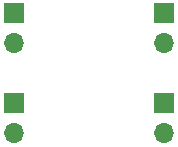
<source format=gbs>
%TF.GenerationSoftware,KiCad,Pcbnew,7.0.9*%
%TF.CreationDate,2023-11-30T13:54:46-08:00*%
%TF.ProjectId,Button-Board,42757474-6f6e-42d4-926f-6172642e6b69,rev?*%
%TF.SameCoordinates,Original*%
%TF.FileFunction,Soldermask,Bot*%
%TF.FilePolarity,Negative*%
%FSLAX46Y46*%
G04 Gerber Fmt 4.6, Leading zero omitted, Abs format (unit mm)*
G04 Created by KiCad (PCBNEW 7.0.9) date 2023-11-30 13:54:46*
%MOMM*%
%LPD*%
G01*
G04 APERTURE LIST*
%ADD10R,1.700000X1.700000*%
%ADD11O,1.700000X1.700000*%
G04 APERTURE END LIST*
D10*
%TO.C,J2*%
X88900000Y-50800000D03*
D11*
X88900000Y-53340000D03*
%TD*%
D10*
%TO.C,J3*%
X76200000Y-58420000D03*
D11*
X76200000Y-60960000D03*
%TD*%
D10*
%TO.C,J4*%
X88900000Y-58420000D03*
D11*
X88900000Y-60960000D03*
%TD*%
D10*
%TO.C,J1*%
X76200000Y-50800000D03*
D11*
X76200000Y-53340000D03*
%TD*%
M02*

</source>
